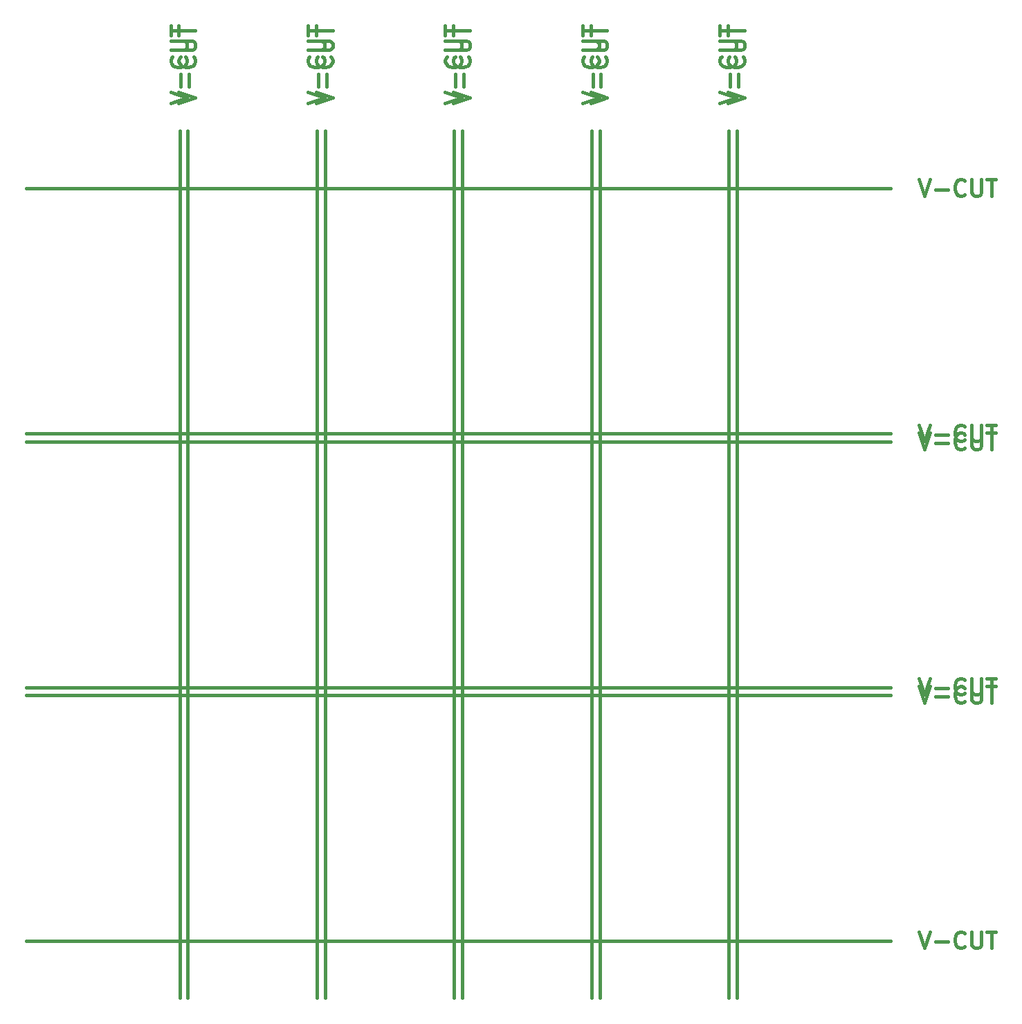
<source format=gbr>
G04 #@! TF.GenerationSoftware,KiCad,Pcbnew,6.0.11-2627ca5db0~126~ubuntu22.04.1*
G04 #@! TF.CreationDate,2023-04-06T22:24:34+02:00*
G04 #@! TF.ProjectId,panel,70616e65-6c2e-46b6-9963-61645f706362,rev?*
G04 #@! TF.SameCoordinates,Original*
G04 #@! TF.FileFunction,Other,Comment*
%FSLAX46Y46*%
G04 Gerber Fmt 4.6, Leading zero omitted, Abs format (unit mm)*
G04 Created by KiCad (PCBNEW 6.0.11-2627ca5db0~126~ubuntu22.04.1) date 2023-04-06 22:24:34*
%MOMM*%
%LPD*%
G01*
G04 APERTURE LIST*
%ADD10C,0.400000*%
G04 APERTURE END LIST*
D10*
X-3000000Y-66000000D02*
X102800000Y-66000000D01*
X32600000Y3000000D02*
X32600000Y-103000000D01*
X-3000000Y-4000000D02*
X102800000Y-4000000D01*
X-3000000Y-35000000D02*
X102800000Y-35000000D01*
X16800000Y3000000D02*
X16800000Y-103000000D01*
X15800000Y3000000D02*
X15800000Y-103000000D01*
X50400000Y3000000D02*
X50400000Y-103000000D01*
X83000000Y3000000D02*
X83000000Y-103000000D01*
X67200000Y3000000D02*
X67200000Y-103000000D01*
X49400000Y3000000D02*
X49400000Y-103000000D01*
X66200000Y3000000D02*
X66200000Y-103000000D01*
X-3000000Y-96000000D02*
X102800000Y-96000000D01*
X-3000000Y-65000000D02*
X102800000Y-65000000D01*
X33600000Y3000000D02*
X33600000Y-103000000D01*
X84000000Y3000000D02*
X84000000Y-103000000D01*
X-3000000Y-34000000D02*
X102800000Y-34000000D01*
X49304761Y6450477D02*
X51304761Y7117143D01*
X49304761Y7783810D01*
X50542857Y8450477D02*
X50542857Y9974286D01*
X51114285Y12069524D02*
X51209523Y11974286D01*
X51304761Y11688572D01*
X51304761Y11498096D01*
X51209523Y11212381D01*
X51019047Y11021905D01*
X50828571Y10926667D01*
X50447619Y10831429D01*
X50161904Y10831429D01*
X49780952Y10926667D01*
X49590476Y11021905D01*
X49400000Y11212381D01*
X49304761Y11498096D01*
X49304761Y11688572D01*
X49400000Y11974286D01*
X49495238Y12069524D01*
X49304761Y12926667D02*
X50923809Y12926667D01*
X51114285Y13021905D01*
X51209523Y13117143D01*
X51304761Y13307620D01*
X51304761Y13688572D01*
X51209523Y13879048D01*
X51114285Y13974286D01*
X50923809Y14069524D01*
X49304761Y14069524D01*
X49304761Y14736191D02*
X49304761Y15879048D01*
X51304761Y15307620D02*
X49304761Y15307620D01*
X106250476Y-32904761D02*
X106917142Y-34904761D01*
X107583809Y-32904761D01*
X108250476Y-34142857D02*
X109774285Y-34142857D01*
X111869523Y-34714285D02*
X111774285Y-34809523D01*
X111488571Y-34904761D01*
X111298095Y-34904761D01*
X111012380Y-34809523D01*
X110821904Y-34619047D01*
X110726666Y-34428571D01*
X110631428Y-34047619D01*
X110631428Y-33761904D01*
X110726666Y-33380952D01*
X110821904Y-33190476D01*
X111012380Y-33000000D01*
X111298095Y-32904761D01*
X111488571Y-32904761D01*
X111774285Y-33000000D01*
X111869523Y-33095238D01*
X112726666Y-32904761D02*
X112726666Y-34523809D01*
X112821904Y-34714285D01*
X112917142Y-34809523D01*
X113107619Y-34904761D01*
X113488571Y-34904761D01*
X113679047Y-34809523D01*
X113774285Y-34714285D01*
X113869523Y-34523809D01*
X113869523Y-32904761D01*
X114536190Y-32904761D02*
X115679047Y-32904761D01*
X115107619Y-34904761D02*
X115107619Y-32904761D01*
X31504761Y6450477D02*
X33504761Y7117143D01*
X31504761Y7783810D01*
X32742857Y8450477D02*
X32742857Y9974286D01*
X33314285Y12069524D02*
X33409523Y11974286D01*
X33504761Y11688572D01*
X33504761Y11498096D01*
X33409523Y11212381D01*
X33219047Y11021905D01*
X33028571Y10926667D01*
X32647619Y10831429D01*
X32361904Y10831429D01*
X31980952Y10926667D01*
X31790476Y11021905D01*
X31600000Y11212381D01*
X31504761Y11498096D01*
X31504761Y11688572D01*
X31600000Y11974286D01*
X31695238Y12069524D01*
X31504761Y12926667D02*
X33123809Y12926667D01*
X33314285Y13021905D01*
X33409523Y13117143D01*
X33504761Y13307620D01*
X33504761Y13688572D01*
X33409523Y13879048D01*
X33314285Y13974286D01*
X33123809Y14069524D01*
X31504761Y14069524D01*
X31504761Y14736191D02*
X31504761Y15879048D01*
X33504761Y15307620D02*
X31504761Y15307620D01*
X106250476Y-33904761D02*
X106917142Y-35904761D01*
X107583809Y-33904761D01*
X108250476Y-35142857D02*
X109774285Y-35142857D01*
X111869523Y-35714285D02*
X111774285Y-35809523D01*
X111488571Y-35904761D01*
X111298095Y-35904761D01*
X111012380Y-35809523D01*
X110821904Y-35619047D01*
X110726666Y-35428571D01*
X110631428Y-35047619D01*
X110631428Y-34761904D01*
X110726666Y-34380952D01*
X110821904Y-34190476D01*
X111012380Y-34000000D01*
X111298095Y-33904761D01*
X111488571Y-33904761D01*
X111774285Y-34000000D01*
X111869523Y-34095238D01*
X112726666Y-33904761D02*
X112726666Y-35523809D01*
X112821904Y-35714285D01*
X112917142Y-35809523D01*
X113107619Y-35904761D01*
X113488571Y-35904761D01*
X113679047Y-35809523D01*
X113774285Y-35714285D01*
X113869523Y-35523809D01*
X113869523Y-33904761D01*
X114536190Y-33904761D02*
X115679047Y-33904761D01*
X115107619Y-35904761D02*
X115107619Y-33904761D01*
X82904761Y6450477D02*
X84904761Y7117143D01*
X82904761Y7783810D01*
X84142857Y8450477D02*
X84142857Y9974286D01*
X84714285Y12069524D02*
X84809523Y11974286D01*
X84904761Y11688572D01*
X84904761Y11498096D01*
X84809523Y11212381D01*
X84619047Y11021905D01*
X84428571Y10926667D01*
X84047619Y10831429D01*
X83761904Y10831429D01*
X83380952Y10926667D01*
X83190476Y11021905D01*
X83000000Y11212381D01*
X82904761Y11498096D01*
X82904761Y11688572D01*
X83000000Y11974286D01*
X83095238Y12069524D01*
X82904761Y12926667D02*
X84523809Y12926667D01*
X84714285Y13021905D01*
X84809523Y13117143D01*
X84904761Y13307620D01*
X84904761Y13688572D01*
X84809523Y13879048D01*
X84714285Y13974286D01*
X84523809Y14069524D01*
X82904761Y14069524D01*
X82904761Y14736191D02*
X82904761Y15879048D01*
X84904761Y15307620D02*
X82904761Y15307620D01*
X106250476Y-63904761D02*
X106917142Y-65904761D01*
X107583809Y-63904761D01*
X108250476Y-65142857D02*
X109774285Y-65142857D01*
X111869523Y-65714285D02*
X111774285Y-65809523D01*
X111488571Y-65904761D01*
X111298095Y-65904761D01*
X111012380Y-65809523D01*
X110821904Y-65619047D01*
X110726666Y-65428571D01*
X110631428Y-65047619D01*
X110631428Y-64761904D01*
X110726666Y-64380952D01*
X110821904Y-64190476D01*
X111012380Y-64000000D01*
X111298095Y-63904761D01*
X111488571Y-63904761D01*
X111774285Y-64000000D01*
X111869523Y-64095238D01*
X112726666Y-63904761D02*
X112726666Y-65523809D01*
X112821904Y-65714285D01*
X112917142Y-65809523D01*
X113107619Y-65904761D01*
X113488571Y-65904761D01*
X113679047Y-65809523D01*
X113774285Y-65714285D01*
X113869523Y-65523809D01*
X113869523Y-63904761D01*
X114536190Y-63904761D02*
X115679047Y-63904761D01*
X115107619Y-65904761D02*
X115107619Y-63904761D01*
X106250476Y-64904761D02*
X106917142Y-66904761D01*
X107583809Y-64904761D01*
X108250476Y-66142857D02*
X109774285Y-66142857D01*
X111869523Y-66714285D02*
X111774285Y-66809523D01*
X111488571Y-66904761D01*
X111298095Y-66904761D01*
X111012380Y-66809523D01*
X110821904Y-66619047D01*
X110726666Y-66428571D01*
X110631428Y-66047619D01*
X110631428Y-65761904D01*
X110726666Y-65380952D01*
X110821904Y-65190476D01*
X111012380Y-65000000D01*
X111298095Y-64904761D01*
X111488571Y-64904761D01*
X111774285Y-65000000D01*
X111869523Y-65095238D01*
X112726666Y-64904761D02*
X112726666Y-66523809D01*
X112821904Y-66714285D01*
X112917142Y-66809523D01*
X113107619Y-66904761D01*
X113488571Y-66904761D01*
X113679047Y-66809523D01*
X113774285Y-66714285D01*
X113869523Y-66523809D01*
X113869523Y-64904761D01*
X114536190Y-64904761D02*
X115679047Y-64904761D01*
X115107619Y-66904761D02*
X115107619Y-64904761D01*
X14704761Y6450477D02*
X16704761Y7117143D01*
X14704761Y7783810D01*
X15942857Y8450477D02*
X15942857Y9974286D01*
X16514285Y12069524D02*
X16609523Y11974286D01*
X16704761Y11688572D01*
X16704761Y11498096D01*
X16609523Y11212381D01*
X16419047Y11021905D01*
X16228571Y10926667D01*
X15847619Y10831429D01*
X15561904Y10831429D01*
X15180952Y10926667D01*
X14990476Y11021905D01*
X14800000Y11212381D01*
X14704761Y11498096D01*
X14704761Y11688572D01*
X14800000Y11974286D01*
X14895238Y12069524D01*
X14704761Y12926667D02*
X16323809Y12926667D01*
X16514285Y13021905D01*
X16609523Y13117143D01*
X16704761Y13307620D01*
X16704761Y13688572D01*
X16609523Y13879048D01*
X16514285Y13974286D01*
X16323809Y14069524D01*
X14704761Y14069524D01*
X14704761Y14736191D02*
X14704761Y15879048D01*
X16704761Y15307620D02*
X14704761Y15307620D01*
X15704761Y6450477D02*
X17704761Y7117143D01*
X15704761Y7783810D01*
X16942857Y8450477D02*
X16942857Y9974286D01*
X17514285Y12069524D02*
X17609523Y11974286D01*
X17704761Y11688572D01*
X17704761Y11498096D01*
X17609523Y11212381D01*
X17419047Y11021905D01*
X17228571Y10926667D01*
X16847619Y10831429D01*
X16561904Y10831429D01*
X16180952Y10926667D01*
X15990476Y11021905D01*
X15800000Y11212381D01*
X15704761Y11498096D01*
X15704761Y11688572D01*
X15800000Y11974286D01*
X15895238Y12069524D01*
X15704761Y12926667D02*
X17323809Y12926667D01*
X17514285Y13021905D01*
X17609523Y13117143D01*
X17704761Y13307620D01*
X17704761Y13688572D01*
X17609523Y13879048D01*
X17514285Y13974286D01*
X17323809Y14069524D01*
X15704761Y14069524D01*
X15704761Y14736191D02*
X15704761Y15879048D01*
X17704761Y15307620D02*
X15704761Y15307620D01*
X48304761Y6450477D02*
X50304761Y7117143D01*
X48304761Y7783810D01*
X49542857Y8450477D02*
X49542857Y9974286D01*
X50114285Y12069524D02*
X50209523Y11974286D01*
X50304761Y11688572D01*
X50304761Y11498096D01*
X50209523Y11212381D01*
X50019047Y11021905D01*
X49828571Y10926667D01*
X49447619Y10831429D01*
X49161904Y10831429D01*
X48780952Y10926667D01*
X48590476Y11021905D01*
X48400000Y11212381D01*
X48304761Y11498096D01*
X48304761Y11688572D01*
X48400000Y11974286D01*
X48495238Y12069524D01*
X48304761Y12926667D02*
X49923809Y12926667D01*
X50114285Y13021905D01*
X50209523Y13117143D01*
X50304761Y13307620D01*
X50304761Y13688572D01*
X50209523Y13879048D01*
X50114285Y13974286D01*
X49923809Y14069524D01*
X48304761Y14069524D01*
X48304761Y14736191D02*
X48304761Y15879048D01*
X50304761Y15307620D02*
X48304761Y15307620D01*
X65104761Y6450477D02*
X67104761Y7117143D01*
X65104761Y7783810D01*
X66342857Y8450477D02*
X66342857Y9974286D01*
X66914285Y12069524D02*
X67009523Y11974286D01*
X67104761Y11688572D01*
X67104761Y11498096D01*
X67009523Y11212381D01*
X66819047Y11021905D01*
X66628571Y10926667D01*
X66247619Y10831429D01*
X65961904Y10831429D01*
X65580952Y10926667D01*
X65390476Y11021905D01*
X65200000Y11212381D01*
X65104761Y11498096D01*
X65104761Y11688572D01*
X65200000Y11974286D01*
X65295238Y12069524D01*
X65104761Y12926667D02*
X66723809Y12926667D01*
X66914285Y13021905D01*
X67009523Y13117143D01*
X67104761Y13307620D01*
X67104761Y13688572D01*
X67009523Y13879048D01*
X66914285Y13974286D01*
X66723809Y14069524D01*
X65104761Y14069524D01*
X65104761Y14736191D02*
X65104761Y15879048D01*
X67104761Y15307620D02*
X65104761Y15307620D01*
X106250476Y-2904761D02*
X106917142Y-4904761D01*
X107583809Y-2904761D01*
X108250476Y-4142857D02*
X109774285Y-4142857D01*
X111869523Y-4714285D02*
X111774285Y-4809523D01*
X111488571Y-4904761D01*
X111298095Y-4904761D01*
X111012380Y-4809523D01*
X110821904Y-4619047D01*
X110726666Y-4428571D01*
X110631428Y-4047619D01*
X110631428Y-3761904D01*
X110726666Y-3380952D01*
X110821904Y-3190476D01*
X111012380Y-3000000D01*
X111298095Y-2904761D01*
X111488571Y-2904761D01*
X111774285Y-3000000D01*
X111869523Y-3095238D01*
X112726666Y-2904761D02*
X112726666Y-4523809D01*
X112821904Y-4714285D01*
X112917142Y-4809523D01*
X113107619Y-4904761D01*
X113488571Y-4904761D01*
X113679047Y-4809523D01*
X113774285Y-4714285D01*
X113869523Y-4523809D01*
X113869523Y-2904761D01*
X114536190Y-2904761D02*
X115679047Y-2904761D01*
X115107619Y-4904761D02*
X115107619Y-2904761D01*
X81904761Y6450477D02*
X83904761Y7117143D01*
X81904761Y7783810D01*
X83142857Y8450477D02*
X83142857Y9974286D01*
X83714285Y12069524D02*
X83809523Y11974286D01*
X83904761Y11688572D01*
X83904761Y11498096D01*
X83809523Y11212381D01*
X83619047Y11021905D01*
X83428571Y10926667D01*
X83047619Y10831429D01*
X82761904Y10831429D01*
X82380952Y10926667D01*
X82190476Y11021905D01*
X82000000Y11212381D01*
X81904761Y11498096D01*
X81904761Y11688572D01*
X82000000Y11974286D01*
X82095238Y12069524D01*
X81904761Y12926667D02*
X83523809Y12926667D01*
X83714285Y13021905D01*
X83809523Y13117143D01*
X83904761Y13307620D01*
X83904761Y13688572D01*
X83809523Y13879048D01*
X83714285Y13974286D01*
X83523809Y14069524D01*
X81904761Y14069524D01*
X81904761Y14736191D02*
X81904761Y15879048D01*
X83904761Y15307620D02*
X81904761Y15307620D01*
X106250476Y-94904761D02*
X106917142Y-96904761D01*
X107583809Y-94904761D01*
X108250476Y-96142857D02*
X109774285Y-96142857D01*
X111869523Y-96714285D02*
X111774285Y-96809523D01*
X111488571Y-96904761D01*
X111298095Y-96904761D01*
X111012380Y-96809523D01*
X110821904Y-96619047D01*
X110726666Y-96428571D01*
X110631428Y-96047619D01*
X110631428Y-95761904D01*
X110726666Y-95380952D01*
X110821904Y-95190476D01*
X111012380Y-95000000D01*
X111298095Y-94904761D01*
X111488571Y-94904761D01*
X111774285Y-95000000D01*
X111869523Y-95095238D01*
X112726666Y-94904761D02*
X112726666Y-96523809D01*
X112821904Y-96714285D01*
X112917142Y-96809523D01*
X113107619Y-96904761D01*
X113488571Y-96904761D01*
X113679047Y-96809523D01*
X113774285Y-96714285D01*
X113869523Y-96523809D01*
X113869523Y-94904761D01*
X114536190Y-94904761D02*
X115679047Y-94904761D01*
X115107619Y-96904761D02*
X115107619Y-94904761D01*
X66104761Y6450477D02*
X68104761Y7117143D01*
X66104761Y7783810D01*
X67342857Y8450477D02*
X67342857Y9974286D01*
X67914285Y12069524D02*
X68009523Y11974286D01*
X68104761Y11688572D01*
X68104761Y11498096D01*
X68009523Y11212381D01*
X67819047Y11021905D01*
X67628571Y10926667D01*
X67247619Y10831429D01*
X66961904Y10831429D01*
X66580952Y10926667D01*
X66390476Y11021905D01*
X66200000Y11212381D01*
X66104761Y11498096D01*
X66104761Y11688572D01*
X66200000Y11974286D01*
X66295238Y12069524D01*
X66104761Y12926667D02*
X67723809Y12926667D01*
X67914285Y13021905D01*
X68009523Y13117143D01*
X68104761Y13307620D01*
X68104761Y13688572D01*
X68009523Y13879048D01*
X67914285Y13974286D01*
X67723809Y14069524D01*
X66104761Y14069524D01*
X66104761Y14736191D02*
X66104761Y15879048D01*
X68104761Y15307620D02*
X66104761Y15307620D01*
X32504761Y6450477D02*
X34504761Y7117143D01*
X32504761Y7783810D01*
X33742857Y8450477D02*
X33742857Y9974286D01*
X34314285Y12069524D02*
X34409523Y11974286D01*
X34504761Y11688572D01*
X34504761Y11498096D01*
X34409523Y11212381D01*
X34219047Y11021905D01*
X34028571Y10926667D01*
X33647619Y10831429D01*
X33361904Y10831429D01*
X32980952Y10926667D01*
X32790476Y11021905D01*
X32600000Y11212381D01*
X32504761Y11498096D01*
X32504761Y11688572D01*
X32600000Y11974286D01*
X32695238Y12069524D01*
X32504761Y12926667D02*
X34123809Y12926667D01*
X34314285Y13021905D01*
X34409523Y13117143D01*
X34504761Y13307620D01*
X34504761Y13688572D01*
X34409523Y13879048D01*
X34314285Y13974286D01*
X34123809Y14069524D01*
X32504761Y14069524D01*
X32504761Y14736191D02*
X32504761Y15879048D01*
X34504761Y15307620D02*
X32504761Y15307620D01*
M02*

</source>
